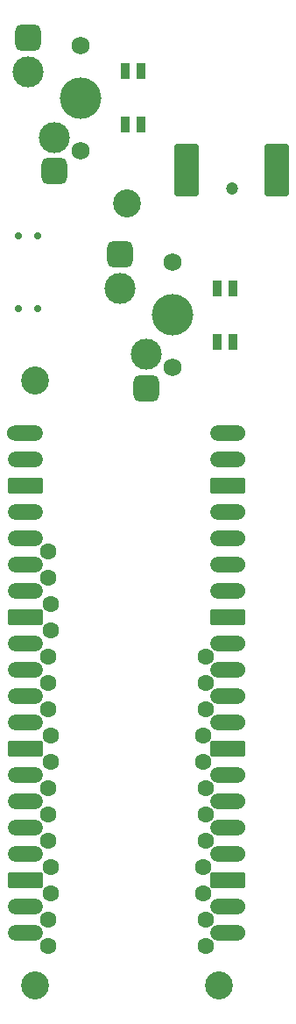
<source format=gbr>
%TF.GenerationSoftware,KiCad,Pcbnew,7.0.2-0*%
%TF.CreationDate,2023-07-09T23:01:50-07:00*%
%TF.ProjectId,thumbs-down-hw,7468756d-6273-42d6-946f-776e2d68772e,rev?*%
%TF.SameCoordinates,PX80fd3d8PY8977a68*%
%TF.FileFunction,Soldermask,Bot*%
%TF.FilePolarity,Negative*%
%FSLAX46Y46*%
G04 Gerber Fmt 4.6, Leading zero omitted, Abs format (unit mm)*
G04 Created by KiCad (PCBNEW 7.0.2-0) date 2023-07-09 23:01:50*
%MOMM*%
%LPD*%
G01*
G04 APERTURE LIST*
G04 Aperture macros list*
%AMRoundRect*
0 Rectangle with rounded corners*
0 $1 Rounding radius*
0 $2 $3 $4 $5 $6 $7 $8 $9 X,Y pos of 4 corners*
0 Add a 4 corners polygon primitive as box body*
4,1,4,$2,$3,$4,$5,$6,$7,$8,$9,$2,$3,0*
0 Add four circle primitives for the rounded corners*
1,1,$1+$1,$2,$3*
1,1,$1+$1,$4,$5*
1,1,$1+$1,$6,$7*
1,1,$1+$1,$8,$9*
0 Add four rect primitives between the rounded corners*
20,1,$1+$1,$2,$3,$4,$5,0*
20,1,$1+$1,$4,$5,$6,$7,0*
20,1,$1+$1,$6,$7,$8,$9,0*
20,1,$1+$1,$8,$9,$2,$3,0*%
G04 Aperture macros list end*
%ADD10C,2.700000*%
%ADD11C,0.700000*%
%ADD12RoundRect,0.082000X0.328000X0.718000X-0.328000X0.718000X-0.328000X-0.718000X0.328000X-0.718000X0*%
%ADD13C,1.600000*%
%ADD14C,1.750000*%
%ADD15C,3.000000*%
%ADD16C,4.000000*%
%ADD17RoundRect,0.625000X0.625000X-0.650000X0.625000X0.650000X-0.625000X0.650000X-0.625000X-0.650000X0*%
%ADD18C,1.204800*%
%ADD19RoundRect,0.304800X-0.905200X2.235200X-0.905200X-2.235200X0.905200X-2.235200X0.905200X2.235200X0*%
%ADD20C,1.524000*%
%ADD21RoundRect,0.800000X-0.880000X0.000000X0.880000X0.000000X0.880000X0.000000X-0.880000X0.000000X0*%
%ADD22RoundRect,0.200000X-1.480000X-0.600000X1.480000X-0.600000X1.480000X0.600000X-1.480000X0.600000X0*%
G04 APERTURE END LIST*
D10*
%TO.C,H1*%
X3175000Y3175000D03*
%TD*%
D11*
%TO.C,SW10*%
X3440000Y68580000D03*
X1640000Y68580000D03*
%TD*%
D10*
%TO.C,H4*%
X12065000Y78740000D03*
%TD*%
D12*
%TO.C,D1*%
X22340000Y70545000D03*
X20840000Y70545000D03*
X20840000Y65345000D03*
X22340000Y65345000D03*
%TD*%
D13*
%TO.C,A1*%
X4445000Y45085000D03*
X4445000Y42545000D03*
X4699000Y40005000D03*
X4699000Y37465000D03*
X4445000Y34925000D03*
X4445000Y32385000D03*
X4445000Y29845000D03*
X4699000Y27305000D03*
X4699000Y24765000D03*
X4445000Y22225000D03*
X4445000Y19685000D03*
X4445000Y17145000D03*
X4699000Y14605000D03*
X4699000Y12065000D03*
X4445000Y9525000D03*
X4445000Y6985000D03*
X19685000Y6985000D03*
X19685000Y9525000D03*
X19431000Y12065000D03*
X19431000Y14605000D03*
X19685000Y17145000D03*
X19685000Y19685000D03*
X19685000Y22225000D03*
X19431000Y24765000D03*
X19431000Y27305000D03*
X19685000Y29845000D03*
X19685000Y32385000D03*
X19685000Y34925000D03*
%TD*%
D10*
%TO.C,H3*%
X3175000Y61595000D03*
%TD*%
D14*
%TO.C,SW1*%
X16510000Y62865000D03*
D15*
X13970000Y64135000D03*
D16*
X16510000Y67945000D03*
D15*
X11430000Y70485000D03*
D14*
X16510000Y73025000D03*
D17*
X13970000Y60860000D03*
X11430000Y73787000D03*
%TD*%
D12*
%TO.C,D3*%
X13450000Y91500000D03*
X11950000Y91500000D03*
X11950000Y86300000D03*
X13450000Y86300000D03*
%TD*%
D18*
%TO.C,AE1*%
X22225000Y80195000D03*
D19*
X26605000Y81915000D03*
X17845000Y81915000D03*
%TD*%
D10*
%TO.C,H2*%
X20955000Y3175000D03*
%TD*%
D14*
%TO.C,SW3*%
X7620000Y83820000D03*
D15*
X5080000Y85090000D03*
D16*
X7620000Y88900000D03*
D15*
X2540000Y91440000D03*
D14*
X7620000Y93980000D03*
D17*
X5080000Y81815000D03*
X2540000Y94742000D03*
%TD*%
D11*
%TO.C,SW9*%
X3440000Y75565000D03*
X1640000Y75565000D03*
%TD*%
D20*
%TO.C,U1*%
X1397000Y8255000D03*
D21*
X2275000Y8255000D03*
D20*
X1397000Y10795000D03*
D21*
X2275000Y10795000D03*
D20*
X1397000Y13335000D03*
D22*
X2275000Y13335000D03*
D20*
X1397000Y15875000D03*
D21*
X2275000Y15875000D03*
D20*
X1397000Y18415000D03*
D21*
X2275000Y18415000D03*
D20*
X1397000Y20955000D03*
D21*
X2275000Y20955000D03*
D20*
X1397000Y23495000D03*
D21*
X2275000Y23495000D03*
D20*
X1397000Y26035000D03*
D22*
X2275000Y26035000D03*
D20*
X1397000Y28575000D03*
D21*
X2275000Y28575000D03*
D20*
X1397000Y31115000D03*
D21*
X2275000Y31115000D03*
D20*
X1397000Y33655000D03*
D21*
X2275000Y33655000D03*
D20*
X1397000Y36195000D03*
D21*
X2275000Y36195000D03*
D20*
X1397000Y38735000D03*
D22*
X2275000Y38735000D03*
D20*
X1397000Y41275000D03*
D21*
X2275000Y41275000D03*
D20*
X1397000Y43815000D03*
D21*
X2275000Y43815000D03*
D20*
X1397000Y46355000D03*
D21*
X2275000Y46355000D03*
D20*
X1397000Y48895000D03*
D21*
X2275000Y48895000D03*
D20*
X1397000Y51435000D03*
D22*
X2275000Y51435000D03*
D20*
X1397000Y53975000D03*
D21*
X2275000Y53975000D03*
D20*
X1270000Y56515000D03*
D21*
X2275000Y56515000D03*
X21855000Y56515000D03*
D20*
X22733000Y56515000D03*
D21*
X21855000Y53975000D03*
D20*
X22733000Y53975000D03*
D22*
X21855000Y51435000D03*
D20*
X22733000Y51435000D03*
D21*
X21855000Y48895000D03*
D20*
X22733000Y48895000D03*
D21*
X21855000Y46355000D03*
D20*
X22733000Y46355000D03*
D21*
X21855000Y43815000D03*
D20*
X22733000Y43815000D03*
D21*
X21855000Y41275000D03*
D20*
X22733000Y41275000D03*
D22*
X21855000Y38735000D03*
D20*
X22733000Y38735000D03*
D21*
X21855000Y36195000D03*
D20*
X22733000Y36195000D03*
D21*
X21855000Y33655000D03*
D20*
X22733000Y33655000D03*
D21*
X21855000Y31115000D03*
D20*
X22733000Y31115000D03*
D21*
X21855000Y28575000D03*
D20*
X22733000Y28575000D03*
D22*
X21855000Y26035000D03*
D20*
X22733000Y26035000D03*
D21*
X21855000Y23495000D03*
D20*
X22733000Y23495000D03*
D21*
X21855000Y20955000D03*
D20*
X22733000Y20955000D03*
D21*
X21855000Y18415000D03*
D20*
X22733000Y18415000D03*
D21*
X21855000Y15875000D03*
D20*
X22733000Y15875000D03*
D22*
X21855000Y13335000D03*
D20*
X22733000Y13335000D03*
D21*
X21855000Y10795000D03*
D20*
X22733000Y10795000D03*
D21*
X21855000Y8255000D03*
D20*
X22733000Y8255000D03*
%TD*%
M02*

</source>
